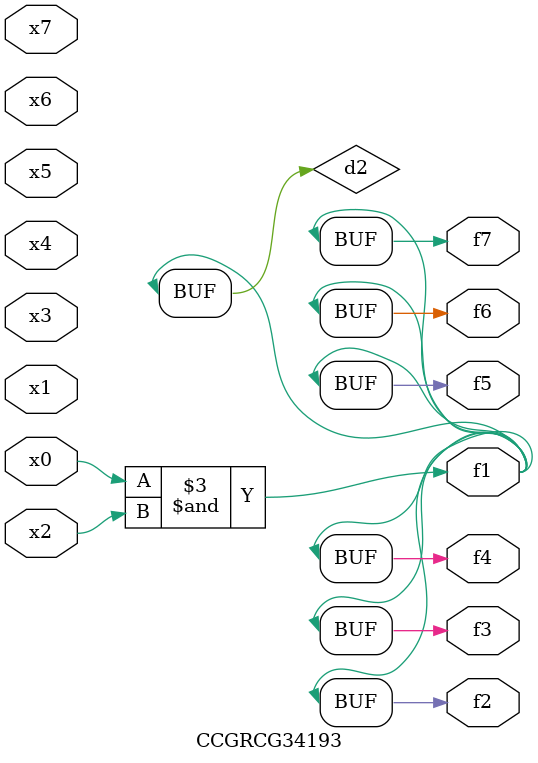
<source format=v>
module CCGRCG34193(
	input x0, x1, x2, x3, x4, x5, x6, x7,
	output f1, f2, f3, f4, f5, f6, f7
);

	wire d1, d2;

	nor (d1, x3, x6);
	and (d2, x0, x2);
	assign f1 = d2;
	assign f2 = d2;
	assign f3 = d2;
	assign f4 = d2;
	assign f5 = d2;
	assign f6 = d2;
	assign f7 = d2;
endmodule

</source>
